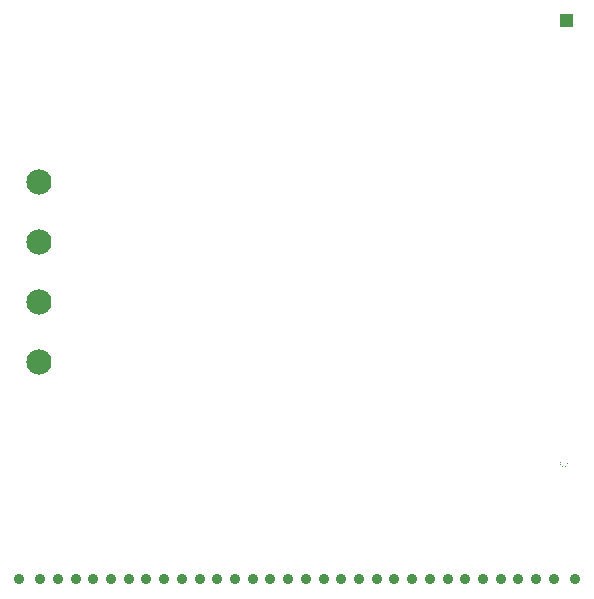
<source format=gbr>
G04 #@! TF.GenerationSoftware,KiCad,Pcbnew,(6.0.8)*
G04 #@! TF.CreationDate,2022-12-27T12:07:26-05:00*
G04 #@! TF.ProjectId,mbc30flash,6d626333-3066-46c6-9173-682e6b696361,rev?*
G04 #@! TF.SameCoordinates,Original*
G04 #@! TF.FileFunction,Soldermask,Bot*
G04 #@! TF.FilePolarity,Negative*
%FSLAX46Y46*%
G04 Gerber Fmt 4.6, Leading zero omitted, Abs format (unit mm)*
G04 Created by KiCad (PCBNEW (6.0.8)) date 2022-12-27 12:07:26*
%MOMM*%
%LPD*%
G01*
G04 APERTURE LIST*
%ADD10C,0.100000*%
%ADD11C,0.901600*%
%ADD12C,2.133600*%
G04 APERTURE END LIST*
G36*
X113675000Y-75675000D02*
G01*
X112675000Y-75675000D01*
X112675000Y-74675000D01*
X113675000Y-74675000D01*
X113675000Y-75675000D01*
G37*
D10*
X113675000Y-75675000D02*
X112675000Y-75675000D01*
X112675000Y-74675000D01*
X113675000Y-74675000D01*
X113675000Y-75675000D01*
G36*
X113675000Y-75675000D02*
G01*
X112675000Y-75675000D01*
X112675000Y-74675000D01*
X113675000Y-74675000D01*
X113675000Y-75675000D01*
G37*
X113675000Y-75675000D02*
X112675000Y-75675000D01*
X112675000Y-74675000D01*
X113675000Y-74675000D01*
X113675000Y-75675000D01*
D11*
X66906200Y-122509000D03*
X68656200Y-122509000D03*
X70156200Y-122509000D03*
X71656200Y-122509000D03*
X73156200Y-122509000D03*
X74656200Y-122509000D03*
X76156200Y-122509000D03*
X77656200Y-122509000D03*
X79156200Y-122509000D03*
X80656200Y-122509000D03*
X82156200Y-122509000D03*
X83656200Y-122509000D03*
X85156200Y-122509000D03*
X86656200Y-122509000D03*
X88156200Y-122509000D03*
X89656200Y-122509000D03*
X91156200Y-122509000D03*
X92656200Y-122509000D03*
X94156200Y-122509000D03*
X95656200Y-122509000D03*
X97156200Y-122509000D03*
X98656200Y-122509000D03*
X100156200Y-122509000D03*
X101656200Y-122509000D03*
X103156200Y-122509000D03*
X104656200Y-122509000D03*
X106156200Y-122509000D03*
X107656200Y-122509000D03*
X109156200Y-122509000D03*
X110656200Y-122509000D03*
X112156200Y-122509000D03*
X113906200Y-122509000D03*
D12*
X68580000Y-93980000D03*
X68580000Y-88900000D03*
X68580000Y-104140000D03*
X68580000Y-99060000D03*
G36*
X113004862Y-112363753D02*
G01*
X113028132Y-112364897D01*
X113028230Y-112364905D01*
X113034809Y-112365552D01*
X113034907Y-112365564D01*
X113057959Y-112368984D01*
X113058055Y-112369000D01*
X113064566Y-112370295D01*
X113064662Y-112370317D01*
X113087248Y-112375974D01*
X113087342Y-112376000D01*
X113093689Y-112377925D01*
X113093783Y-112377956D01*
X113115714Y-112385804D01*
X113115805Y-112385839D01*
X113121924Y-112388373D01*
X113122014Y-112388413D01*
X113143084Y-112398378D01*
X113143172Y-112398422D01*
X113149017Y-112401547D01*
X113149102Y-112401596D01*
X113169087Y-112413575D01*
X113169170Y-112413627D01*
X113174658Y-112417294D01*
X113174738Y-112417351D01*
X113193470Y-112431244D01*
X113193548Y-112431304D01*
X113198665Y-112435503D01*
X113198739Y-112435567D01*
X113215994Y-112451205D01*
X113216065Y-112451273D01*
X113220766Y-112455974D01*
X113220834Y-112456045D01*
X113236472Y-112473300D01*
X113236536Y-112473374D01*
X113240735Y-112478491D01*
X113240795Y-112478569D01*
X113254688Y-112497301D01*
X113254745Y-112497381D01*
X113258412Y-112502869D01*
X113258464Y-112502952D01*
X113270443Y-112522937D01*
X113270492Y-112523022D01*
X113273617Y-112528867D01*
X113273661Y-112528955D01*
X113283626Y-112550025D01*
X113283666Y-112550115D01*
X113286200Y-112556234D01*
X113286235Y-112556325D01*
X113294083Y-112578256D01*
X113294114Y-112578350D01*
X113296039Y-112584697D01*
X113296065Y-112584791D01*
X113301722Y-112607377D01*
X113301744Y-112607473D01*
X113303039Y-112613984D01*
X113303055Y-112614080D01*
X113306475Y-112637132D01*
X113306487Y-112637230D01*
X113307134Y-112643809D01*
X113307142Y-112643907D01*
X113308286Y-112667177D01*
X113308288Y-112667275D01*
X113308288Y-112673912D01*
X113308286Y-112674010D01*
X113307143Y-112697264D01*
X113307135Y-112697362D01*
X113306484Y-112703977D01*
X113306472Y-112704074D01*
X113303055Y-112727108D01*
X113303039Y-112727205D01*
X113301744Y-112733716D01*
X113301722Y-112733812D01*
X113296065Y-112756398D01*
X113296039Y-112756492D01*
X113294114Y-112762839D01*
X113294083Y-112762933D01*
X113286235Y-112784864D01*
X113286200Y-112784955D01*
X113283666Y-112791074D01*
X113283626Y-112791164D01*
X113273661Y-112812234D01*
X113273617Y-112812322D01*
X113270492Y-112818167D01*
X113270443Y-112818252D01*
X113258464Y-112838237D01*
X113258412Y-112838320D01*
X113254745Y-112843808D01*
X113254688Y-112843888D01*
X113240795Y-112862620D01*
X113240735Y-112862698D01*
X113236536Y-112867815D01*
X113236472Y-112867889D01*
X113220834Y-112885144D01*
X113220766Y-112885215D01*
X113216065Y-112889916D01*
X113215994Y-112889984D01*
X113198739Y-112905622D01*
X113198665Y-112905686D01*
X113193548Y-112909885D01*
X113193470Y-112909945D01*
X113174738Y-112923838D01*
X113174658Y-112923895D01*
X113169170Y-112927562D01*
X113169087Y-112927614D01*
X113149102Y-112939593D01*
X113149017Y-112939642D01*
X113143172Y-112942767D01*
X113143084Y-112942811D01*
X113122014Y-112952776D01*
X113121924Y-112952816D01*
X113115805Y-112955350D01*
X113115714Y-112955385D01*
X113093783Y-112963233D01*
X113093689Y-112963264D01*
X113087342Y-112965189D01*
X113087248Y-112965215D01*
X113064662Y-112970872D01*
X113064566Y-112970894D01*
X113058055Y-112972189D01*
X113057959Y-112972205D01*
X113034914Y-112975624D01*
X113034816Y-112975636D01*
X113028231Y-112976284D01*
X113028133Y-112976292D01*
X113004843Y-112977436D01*
X113004745Y-112977438D01*
X112998145Y-112977438D01*
X112998047Y-112977436D01*
X112974756Y-112976292D01*
X112974658Y-112976284D01*
X112968073Y-112975636D01*
X112967975Y-112975624D01*
X112944930Y-112972205D01*
X112944834Y-112972189D01*
X112938323Y-112970894D01*
X112938227Y-112970872D01*
X112915641Y-112965215D01*
X112915547Y-112965189D01*
X112909200Y-112963264D01*
X112909106Y-112963233D01*
X112887175Y-112955385D01*
X112887084Y-112955350D01*
X112880965Y-112952816D01*
X112880875Y-112952776D01*
X112859805Y-112942811D01*
X112859717Y-112942767D01*
X112853872Y-112939642D01*
X112853787Y-112939593D01*
X112833802Y-112927614D01*
X112833719Y-112927562D01*
X112828231Y-112923895D01*
X112828151Y-112923838D01*
X112809419Y-112909945D01*
X112809341Y-112909885D01*
X112804224Y-112905686D01*
X112804150Y-112905622D01*
X112786895Y-112889984D01*
X112786824Y-112889916D01*
X112782123Y-112885215D01*
X112782055Y-112885144D01*
X112766417Y-112867889D01*
X112766353Y-112867815D01*
X112762154Y-112862698D01*
X112762094Y-112862620D01*
X112748201Y-112843888D01*
X112748144Y-112843808D01*
X112744477Y-112838320D01*
X112744425Y-112838237D01*
X112732446Y-112818252D01*
X112732397Y-112818167D01*
X112729272Y-112812322D01*
X112729228Y-112812234D01*
X112719263Y-112791164D01*
X112719223Y-112791074D01*
X112716689Y-112784955D01*
X112716654Y-112784864D01*
X112708806Y-112762933D01*
X112708775Y-112762839D01*
X112706850Y-112756492D01*
X112706824Y-112756398D01*
X112701167Y-112733812D01*
X112701145Y-112733716D01*
X112699850Y-112727205D01*
X112699834Y-112727109D01*
X112696415Y-112704064D01*
X112696403Y-112703966D01*
X112695755Y-112697381D01*
X112695747Y-112697283D01*
X112694603Y-112673992D01*
X112694601Y-112673894D01*
X112694601Y-112670594D01*
X112703448Y-112670594D01*
X112704883Y-112699812D01*
X112709172Y-112728728D01*
X112716278Y-112757098D01*
X112726131Y-112784634D01*
X112738636Y-112811074D01*
X112753669Y-112836154D01*
X112771085Y-112859637D01*
X112790728Y-112881311D01*
X112812402Y-112900954D01*
X112835885Y-112918370D01*
X112860965Y-112933403D01*
X112887405Y-112945908D01*
X112914941Y-112955761D01*
X112943311Y-112962867D01*
X112972227Y-112967156D01*
X113001445Y-112968591D01*
X113030662Y-112967156D01*
X113059578Y-112962867D01*
X113087948Y-112955761D01*
X113115484Y-112945908D01*
X113141924Y-112933403D01*
X113167004Y-112918370D01*
X113190487Y-112900954D01*
X113212161Y-112881311D01*
X113231804Y-112859637D01*
X113249220Y-112836154D01*
X113264253Y-112811074D01*
X113276758Y-112784634D01*
X113286611Y-112757098D01*
X113293717Y-112728728D01*
X113298006Y-112699812D01*
X113299442Y-112670594D01*
X113298006Y-112641377D01*
X113293717Y-112612461D01*
X113286611Y-112584091D01*
X113276758Y-112556555D01*
X113264253Y-112530115D01*
X113249220Y-112505035D01*
X113231804Y-112481552D01*
X113212161Y-112459878D01*
X113190487Y-112440235D01*
X113167004Y-112422819D01*
X113141924Y-112407786D01*
X113115484Y-112395281D01*
X113087948Y-112385428D01*
X113059578Y-112378322D01*
X113030662Y-112374033D01*
X113001445Y-112372597D01*
X112972227Y-112374033D01*
X112943311Y-112378322D01*
X112914941Y-112385428D01*
X112887405Y-112395281D01*
X112860965Y-112407786D01*
X112835885Y-112422819D01*
X112812402Y-112440235D01*
X112790728Y-112459878D01*
X112771085Y-112481552D01*
X112753669Y-112505035D01*
X112738636Y-112530115D01*
X112726131Y-112556555D01*
X112716278Y-112584091D01*
X112709172Y-112612461D01*
X112704883Y-112641377D01*
X112703448Y-112670594D01*
X112694601Y-112670594D01*
X112694601Y-112667294D01*
X112694603Y-112667196D01*
X112695747Y-112643906D01*
X112695755Y-112643808D01*
X112696403Y-112637223D01*
X112696415Y-112637125D01*
X112699834Y-112614080D01*
X112699850Y-112613984D01*
X112701145Y-112607473D01*
X112701167Y-112607377D01*
X112706824Y-112584791D01*
X112706850Y-112584697D01*
X112708775Y-112578350D01*
X112708806Y-112578256D01*
X112716654Y-112556325D01*
X112716689Y-112556234D01*
X112719223Y-112550115D01*
X112719263Y-112550025D01*
X112729228Y-112528955D01*
X112729272Y-112528867D01*
X112732397Y-112523022D01*
X112732446Y-112522937D01*
X112744425Y-112502952D01*
X112744477Y-112502869D01*
X112748144Y-112497381D01*
X112748201Y-112497301D01*
X112762094Y-112478569D01*
X112762154Y-112478491D01*
X112766353Y-112473374D01*
X112766417Y-112473300D01*
X112782055Y-112456045D01*
X112782123Y-112455974D01*
X112786824Y-112451273D01*
X112786895Y-112451205D01*
X112804150Y-112435567D01*
X112804224Y-112435503D01*
X112809341Y-112431304D01*
X112809419Y-112431244D01*
X112828151Y-112417351D01*
X112828231Y-112417294D01*
X112833719Y-112413627D01*
X112833802Y-112413575D01*
X112853787Y-112401596D01*
X112853872Y-112401547D01*
X112859717Y-112398422D01*
X112859805Y-112398378D01*
X112880875Y-112388413D01*
X112880965Y-112388373D01*
X112887084Y-112385839D01*
X112887175Y-112385804D01*
X112909106Y-112377956D01*
X112909200Y-112377925D01*
X112915547Y-112376000D01*
X112915641Y-112375974D01*
X112938227Y-112370317D01*
X112938323Y-112370295D01*
X112944834Y-112369000D01*
X112944931Y-112368984D01*
X112967965Y-112365567D01*
X112968062Y-112365555D01*
X112974677Y-112364904D01*
X112974775Y-112364896D01*
X112998029Y-112363753D01*
X112998127Y-112363751D01*
X113004764Y-112363751D01*
X113004862Y-112363753D01*
G37*
M02*

</source>
